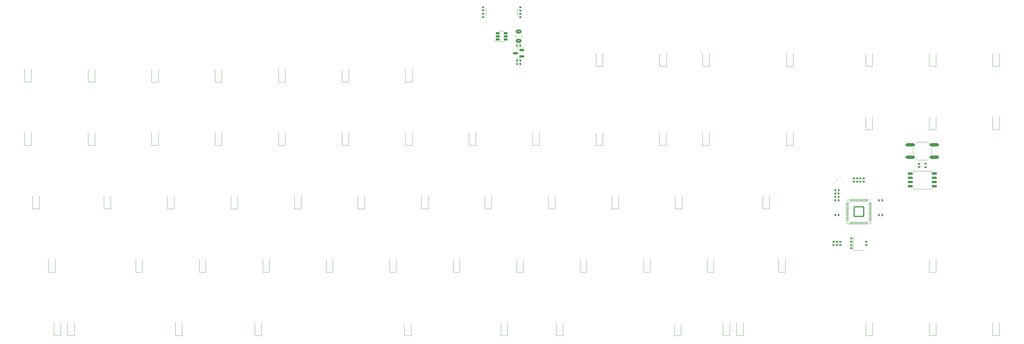
<source format=gbr>
%TF.GenerationSoftware,KiCad,Pcbnew,(6.0.9)*%
%TF.CreationDate,2022-11-27T02:07:55-08:00*%
%TF.ProjectId,40s-2040rmie,3430732d-3230-4343-9072-6d69652e6b69,rev?*%
%TF.SameCoordinates,Original*%
%TF.FileFunction,Legend,Bot*%
%TF.FilePolarity,Positive*%
%FSLAX46Y46*%
G04 Gerber Fmt 4.6, Leading zero omitted, Abs format (unit mm)*
G04 Created by KiCad (PCBNEW (6.0.9)) date 2022-11-27 02:07:55*
%MOMM*%
%LPD*%
G01*
G04 APERTURE LIST*
G04 Aperture macros list*
%AMRoundRect*
0 Rectangle with rounded corners*
0 $1 Rounding radius*
0 $2 $3 $4 $5 $6 $7 $8 $9 X,Y pos of 4 corners*
0 Add a 4 corners polygon primitive as box body*
4,1,4,$2,$3,$4,$5,$6,$7,$8,$9,$2,$3,0*
0 Add four circle primitives for the rounded corners*
1,1,$1+$1,$2,$3*
1,1,$1+$1,$4,$5*
1,1,$1+$1,$6,$7*
1,1,$1+$1,$8,$9*
0 Add four rect primitives between the rounded corners*
20,1,$1+$1,$2,$3,$4,$5,0*
20,1,$1+$1,$4,$5,$6,$7,0*
20,1,$1+$1,$6,$7,$8,$9,0*
20,1,$1+$1,$8,$9,$2,$3,0*%
G04 Aperture macros list end*
%ADD10C,0.120000*%
%ADD11C,0.200000*%
%ADD12C,3.987800*%
%ADD13C,1.750000*%
%ADD14C,2.300000*%
%ADD15C,3.048000*%
%ADD16C,2.000000*%
%ADD17RoundRect,0.140000X-0.140000X-0.170000X0.140000X-0.170000X0.140000X0.170000X-0.140000X0.170000X0*%
%ADD18R,1.200000X0.900000*%
%ADD19RoundRect,0.135000X0.185000X-0.135000X0.185000X0.135000X-0.185000X0.135000X-0.185000X-0.135000X0*%
%ADD20RoundRect,0.140000X0.140000X0.170000X-0.140000X0.170000X-0.140000X-0.170000X0.140000X-0.170000X0*%
%ADD21RoundRect,0.200000X-0.335876X-0.053033X-0.053033X-0.335876X0.335876X0.053033X0.053033X0.335876X0*%
%ADD22RoundRect,0.135000X-0.185000X0.135000X-0.185000X-0.135000X0.185000X-0.135000X0.185000X0.135000X0*%
%ADD23R,1.200000X1.400000*%
%ADD24RoundRect,0.140000X0.170000X-0.140000X0.170000X0.140000X-0.170000X0.140000X-0.170000X-0.140000X0*%
%ADD25RoundRect,0.140000X-0.170000X0.140000X-0.170000X-0.140000X0.170000X-0.140000X0.170000X0.140000X0*%
%ADD26RoundRect,0.150000X0.587500X0.150000X-0.587500X0.150000X-0.587500X-0.150000X0.587500X-0.150000X0*%
%ADD27RoundRect,0.250000X0.625000X-0.375000X0.625000X0.375000X-0.625000X0.375000X-0.625000X-0.375000X0*%
%ADD28RoundRect,0.150000X0.650000X0.150000X-0.650000X0.150000X-0.650000X-0.150000X0.650000X-0.150000X0*%
%ADD29C,0.650000*%
%ADD30R,0.600000X1.450000*%
%ADD31R,0.300000X1.450000*%
%ADD32O,1.000000X1.600000*%
%ADD33O,1.000000X2.100000*%
%ADD34RoundRect,0.050000X0.387500X0.050000X-0.387500X0.050000X-0.387500X-0.050000X0.387500X-0.050000X0*%
%ADD35RoundRect,0.050000X0.050000X0.387500X-0.050000X0.387500X-0.050000X-0.387500X0.050000X-0.387500X0*%
%ADD36RoundRect,0.144000X1.456000X1.456000X-1.456000X1.456000X-1.456000X-1.456000X1.456000X-1.456000X0*%
%ADD37RoundRect,0.275000X-1.125000X-0.275000X1.125000X-0.275000X1.125000X0.275000X-1.125000X0.275000X0*%
%ADD38RoundRect,0.150000X-0.475000X-0.150000X0.475000X-0.150000X0.475000X0.150000X-0.475000X0.150000X0*%
G04 APERTURE END LIST*
D10*
%TO.C,C17*%
X308874664Y-89785000D02*
X309090336Y-89785000D01*
X308874664Y-89065000D02*
X309090336Y-89065000D01*
%TO.C,D57*%
X66950000Y-130100000D02*
X64950000Y-130100000D01*
X64950000Y-130100000D02*
X64950000Y-126200000D01*
X66950000Y-130100000D02*
X66950000Y-126200000D01*
%TO.C,D41*%
X249362500Y-92000000D02*
X247362500Y-92000000D01*
X249362500Y-92000000D02*
X249362500Y-88100000D01*
X247362500Y-92000000D02*
X247362500Y-88100000D01*
%TO.C,R4*%
X300542500Y-101503016D02*
X300542500Y-101195734D01*
X299782500Y-101503016D02*
X299782500Y-101195734D01*
%TO.C,C11*%
X295950336Y-87065000D02*
X295734664Y-87065000D01*
X295950336Y-87785000D02*
X295734664Y-87785000D01*
%TO.C,D46*%
X125537500Y-111050000D02*
X125537500Y-107150000D01*
X125537500Y-111050000D02*
X123537500Y-111050000D01*
X123537500Y-111050000D02*
X123537500Y-107150000D01*
%TO.C,D34*%
X116012500Y-92000000D02*
X116012500Y-88100000D01*
X114012500Y-92000000D02*
X114012500Y-88100000D01*
X116012500Y-92000000D02*
X114012500Y-92000000D01*
%TO.C,D3*%
X92200000Y-53900000D02*
X92200000Y-50000000D01*
X90200000Y-53900000D02*
X90200000Y-50000000D01*
X92200000Y-53900000D02*
X90200000Y-53900000D01*
%TO.C,R2*%
X295835599Y-83008868D02*
X296171132Y-83344401D01*
X296574526Y-82269941D02*
X296910059Y-82605474D01*
%TO.C,C19*%
X308874664Y-94222500D02*
X309090336Y-94222500D01*
X308874664Y-93502500D02*
X309090336Y-93502500D01*
%TO.C,R9*%
X296222500Y-102233859D02*
X296222500Y-102541141D01*
X295462500Y-102233859D02*
X295462500Y-102541141D01*
%TO.C,Y1*%
X300762500Y-104387500D02*
X300762500Y-100387500D01*
X304062500Y-104387500D02*
X300762500Y-104387500D01*
%TO.C,C7*%
X295950336Y-86785000D02*
X295734664Y-86785000D01*
X295950336Y-86065000D02*
X295734664Y-86065000D01*
%TO.C,D12*%
X306512500Y-49137500D02*
X306512500Y-45237500D01*
X306512500Y-49137500D02*
X304512500Y-49137500D01*
X304512500Y-49137500D02*
X304512500Y-45237500D01*
%TO.C,D5*%
X130300000Y-53900000D02*
X128300000Y-53900000D01*
X130300000Y-53900000D02*
X130300000Y-50000000D01*
X128300000Y-53900000D02*
X128300000Y-50000000D01*
%TO.C,D48*%
X163637500Y-111050000D02*
X161637500Y-111050000D01*
X163637500Y-111050000D02*
X163637500Y-107150000D01*
X161637500Y-111050000D02*
X161637500Y-107150000D01*
%TO.C,C2*%
X299802500Y-103457211D02*
X299802500Y-103241539D01*
X300522500Y-103457211D02*
X300522500Y-103241539D01*
%TO.C,D65*%
X267693750Y-130100000D02*
X265693750Y-130100000D01*
X265693750Y-130100000D02*
X265693750Y-126200000D01*
X267693750Y-130100000D02*
X267693750Y-126200000D01*
%TO.C,D26*%
X255450000Y-72950000D02*
X255450000Y-69050000D01*
X257450000Y-72950000D02*
X257450000Y-69050000D01*
X257450000Y-72950000D02*
X255450000Y-72950000D01*
%TO.C,D1*%
X54100000Y-53900000D02*
X52100000Y-53900000D01*
X52100000Y-53900000D02*
X52100000Y-50000000D01*
X54100000Y-53900000D02*
X54100000Y-50000000D01*
%TO.C,D39*%
X209262500Y-92000000D02*
X209262500Y-88100000D01*
X211262500Y-92000000D02*
X211262500Y-88100000D01*
X211262500Y-92000000D02*
X209262500Y-92000000D01*
%TO.C,D49*%
X182687500Y-111050000D02*
X182687500Y-107150000D01*
X180687500Y-111050000D02*
X180687500Y-107150000D01*
X182687500Y-111050000D02*
X180687500Y-111050000D01*
%TO.C,D10*%
X255450000Y-49137500D02*
X255450000Y-45237500D01*
X257450000Y-49137500D02*
X255450000Y-49137500D01*
X257450000Y-49137500D02*
X257450000Y-45237500D01*
%TO.C,C8*%
X302552500Y-83445336D02*
X302552500Y-83229664D01*
X303272500Y-83445336D02*
X303272500Y-83229664D01*
%TO.C,D43*%
X61243750Y-111050000D02*
X59243750Y-111050000D01*
X59243750Y-111050000D02*
X59243750Y-107150000D01*
X61243750Y-111050000D02*
X61243750Y-107150000D01*
%TO.C,D16*%
X73150000Y-72950000D02*
X73150000Y-69050000D01*
X71150000Y-72950000D02*
X71150000Y-69050000D01*
X73150000Y-72950000D02*
X71150000Y-72950000D01*
%TO.C,D61*%
X196975000Y-130100000D02*
X194975000Y-130100000D01*
X196975000Y-130100000D02*
X196975000Y-126200000D01*
X194975000Y-130100000D02*
X194975000Y-126200000D01*
%TO.C,C20*%
X297202500Y-102279664D02*
X297202500Y-102495336D01*
X296482500Y-102279664D02*
X296482500Y-102495336D01*
%TO.C,D54*%
X280318750Y-111050000D02*
X278318750Y-111050000D01*
X280318750Y-111050000D02*
X280318750Y-107150000D01*
X278318750Y-111050000D02*
X278318750Y-107150000D01*
%TO.C,D58*%
X99343750Y-130100000D02*
X99343750Y-126200000D01*
X97343750Y-130100000D02*
X97343750Y-126200000D01*
X99343750Y-130100000D02*
X97343750Y-130100000D01*
%TO.C,U4*%
X200338750Y-46797500D02*
X199688750Y-46797500D01*
X200338750Y-43677500D02*
X202013750Y-43677500D01*
X200338750Y-43677500D02*
X199688750Y-43677500D01*
X200338750Y-46797500D02*
X200988750Y-46797500D01*
%TO.C,D33*%
X96962500Y-92000000D02*
X94962500Y-92000000D01*
X94962500Y-92000000D02*
X94962500Y-88100000D01*
X96962500Y-92000000D02*
X96962500Y-88100000D01*
%TO.C,D7*%
X168400000Y-53900000D02*
X168400000Y-50000000D01*
X166400000Y-53900000D02*
X166400000Y-50000000D01*
X168400000Y-53900000D02*
X166400000Y-53900000D01*
%TO.C,R3*%
X294774940Y-84069527D02*
X295110473Y-84405060D01*
X295513867Y-83330600D02*
X295849400Y-83666133D01*
%TO.C,D11*%
X280700000Y-49137500D02*
X280700000Y-45237500D01*
X282700000Y-49137500D02*
X280700000Y-49137500D01*
X282700000Y-49137500D02*
X282700000Y-45237500D01*
%TO.C,F1*%
X199428750Y-40759564D02*
X199428750Y-39555436D01*
X201248750Y-40759564D02*
X201248750Y-39555436D01*
%TO.C,D47*%
X144587500Y-111050000D02*
X142587500Y-111050000D01*
X144587500Y-111050000D02*
X144587500Y-107150000D01*
X142587500Y-111050000D02*
X142587500Y-107150000D01*
%TO.C,D22*%
X187450000Y-72950000D02*
X187450000Y-69050000D01*
X185450000Y-72950000D02*
X185450000Y-69050000D01*
X187450000Y-72950000D02*
X185450000Y-72950000D01*
%TO.C,D30*%
X342612500Y-68187500D02*
X342612500Y-64287500D01*
X344612500Y-68187500D02*
X342612500Y-68187500D01*
X344612500Y-68187500D02*
X344612500Y-64287500D01*
%TO.C,D37*%
X171162500Y-92000000D02*
X171162500Y-88100000D01*
X173162500Y-92000000D02*
X173162500Y-88100000D01*
X173162500Y-92000000D02*
X171162500Y-92000000D01*
%TO.C,D42*%
X275556250Y-92000000D02*
X273556250Y-92000000D01*
X275556250Y-92000000D02*
X275556250Y-88100000D01*
X273556250Y-92000000D02*
X273556250Y-88100000D01*
%TO.C,C10*%
X200230914Y-48847500D02*
X200446586Y-48847500D01*
X200230914Y-48127500D02*
X200446586Y-48127500D01*
%TO.C,D9*%
X244600000Y-49137500D02*
X244600000Y-45237500D01*
X244600000Y-49137500D02*
X242600000Y-49137500D01*
X242600000Y-49137500D02*
X242600000Y-45237500D01*
%TO.C,C9*%
X294482500Y-102279664D02*
X294482500Y-102495336D01*
X295202500Y-102279664D02*
X295202500Y-102495336D01*
%TO.C,D24*%
X225550000Y-72950000D02*
X225550000Y-69050000D01*
X223550000Y-72950000D02*
X223550000Y-69050000D01*
X225550000Y-72950000D02*
X223550000Y-72950000D01*
%TO.C,U3*%
X318737500Y-86062500D02*
X318737500Y-85802500D01*
X321462500Y-86062500D02*
X324187500Y-86062500D01*
X324187500Y-80612500D02*
X324187500Y-80872500D01*
X321462500Y-80612500D02*
X324187500Y-80612500D01*
X318737500Y-80612500D02*
X318737500Y-80872500D01*
X321462500Y-80612500D02*
X318737500Y-80612500D01*
X321462500Y-86062500D02*
X318737500Y-86062500D01*
X324187500Y-80872500D02*
X325862500Y-80872500D01*
X324187500Y-86062500D02*
X324187500Y-85802500D01*
%TO.C,D4*%
X111250000Y-53900000D02*
X109250000Y-53900000D01*
X109250000Y-53900000D02*
X109250000Y-50000000D01*
X111250000Y-53900000D02*
X111250000Y-50000000D01*
%TO.C,C13*%
X302272500Y-83445336D02*
X302272500Y-83229664D01*
X301552500Y-83445336D02*
X301552500Y-83229664D01*
%TO.C,C4*%
X320102500Y-78878164D02*
X320102500Y-79093836D01*
X320822500Y-78878164D02*
X320822500Y-79093836D01*
%TO.C,R7*%
X201198750Y-31773859D02*
X201198750Y-32081141D01*
X200438750Y-31773859D02*
X200438750Y-32081141D01*
%TO.C,R8*%
X322842500Y-78832359D02*
X322842500Y-79139641D01*
X322082500Y-78832359D02*
X322082500Y-79139641D01*
%TO.C,USB1*%
X190548750Y-33912500D02*
X190548750Y-31912500D01*
X199948750Y-33912500D02*
X199948750Y-31912500D01*
%TO.C,D25*%
X242600000Y-72950000D02*
X242600000Y-69050000D01*
X244600000Y-72950000D02*
X242600000Y-72950000D01*
X244600000Y-72950000D02*
X244600000Y-69050000D01*
%TO.C,D18*%
X109250000Y-72950000D02*
X109250000Y-69050000D01*
X111250000Y-72950000D02*
X111250000Y-69050000D01*
X111250000Y-72950000D02*
X109250000Y-72950000D01*
%TO.C,D55*%
X325562500Y-111050000D02*
X323562500Y-111050000D01*
X325562500Y-111050000D02*
X325562500Y-107150000D01*
X323562500Y-111050000D02*
X323562500Y-107150000D01*
%TO.C,D40*%
X228312500Y-92000000D02*
X228312500Y-88100000D01*
X230312500Y-92000000D02*
X230312500Y-88100000D01*
X230312500Y-92000000D02*
X228312500Y-92000000D01*
%TO.C,C3*%
X190038750Y-31819664D02*
X190038750Y-32035336D01*
X189318750Y-31819664D02*
X189318750Y-32035336D01*
%TO.C,C14*%
X303552500Y-83445336D02*
X303552500Y-83229664D01*
X304272500Y-83445336D02*
X304272500Y-83229664D01*
%TO.C,D66*%
X306512500Y-130100000D02*
X304512500Y-130100000D01*
X306512500Y-130100000D02*
X306512500Y-126200000D01*
X304512500Y-130100000D02*
X304512500Y-126200000D01*
%TO.C,D52*%
X239837500Y-111050000D02*
X239837500Y-107150000D01*
X239837500Y-111050000D02*
X237837500Y-111050000D01*
X237837500Y-111050000D02*
X237837500Y-107150000D01*
%TO.C,D13*%
X325562500Y-49137500D02*
X325562500Y-45237500D01*
X325562500Y-49137500D02*
X323562500Y-49137500D01*
X323562500Y-49137500D02*
X323562500Y-45237500D01*
%TO.C,D8*%
X225550000Y-49137500D02*
X225550000Y-45237500D01*
X225550000Y-49137500D02*
X223550000Y-49137500D01*
X223550000Y-49137500D02*
X223550000Y-45237500D01*
%TO.C,D17*%
X92200000Y-72950000D02*
X90200000Y-72950000D01*
X92200000Y-72950000D02*
X92200000Y-69050000D01*
X90200000Y-72950000D02*
X90200000Y-69050000D01*
%TO.C,D50*%
X201737500Y-111050000D02*
X199737500Y-111050000D01*
X201737500Y-111050000D02*
X201737500Y-107150000D01*
X199737500Y-111050000D02*
X199737500Y-107150000D01*
%TO.C,D59*%
X123156250Y-130100000D02*
X121156250Y-130100000D01*
X121156250Y-130100000D02*
X121156250Y-126200000D01*
X123156250Y-130100000D02*
X123156250Y-126200000D01*
%TO.C,D68*%
X342612500Y-130100000D02*
X342612500Y-126200000D01*
X344612500Y-130100000D02*
X344612500Y-126200000D01*
X344612500Y-130100000D02*
X342612500Y-130100000D01*
%TO.C,D28*%
X306512500Y-68187500D02*
X304512500Y-68187500D01*
X306512500Y-68187500D02*
X306512500Y-64287500D01*
X304512500Y-68187500D02*
X304512500Y-64287500D01*
%TO.C,D31*%
X54481250Y-92000000D02*
X54481250Y-88100000D01*
X56481250Y-92000000D02*
X54481250Y-92000000D01*
X56481250Y-92000000D02*
X56481250Y-88100000D01*
%TO.C,D14*%
X342612500Y-49137500D02*
X342612500Y-45237500D01*
X344612500Y-49137500D02*
X344612500Y-45237500D01*
X344612500Y-49137500D02*
X342612500Y-49137500D01*
%TO.C,C1*%
X304302500Y-102495336D02*
X304302500Y-102279664D01*
X305022500Y-102495336D02*
X305022500Y-102279664D01*
%TO.C,U1*%
X306022500Y-96472500D02*
X306022500Y-95822500D01*
X305372500Y-96472500D02*
X306022500Y-96472500D01*
X299452500Y-96472500D02*
X298802500Y-96472500D01*
X305372500Y-89252500D02*
X306022500Y-89252500D01*
X298802500Y-96472500D02*
X298802500Y-95822500D01*
X298802500Y-89252500D02*
X298802500Y-89902500D01*
X299452500Y-89252500D02*
X298802500Y-89252500D01*
%TO.C,C6*%
X200230914Y-47847500D02*
X200446586Y-47847500D01*
X200230914Y-47127500D02*
X200446586Y-47127500D01*
%TO.C,D53*%
X258887500Y-111050000D02*
X256887500Y-111050000D01*
X256887500Y-111050000D02*
X256887500Y-107150000D01*
X258887500Y-111050000D02*
X258887500Y-107150000D01*
%TO.C,D35*%
X133062500Y-92000000D02*
X133062500Y-88100000D01*
X135062500Y-92000000D02*
X135062500Y-88100000D01*
X135062500Y-92000000D02*
X133062500Y-92000000D01*
%TO.C,R6*%
X200438750Y-34081141D02*
X200438750Y-33773859D01*
X201198750Y-34081141D02*
X201198750Y-33773859D01*
%TO.C,D36*%
X152112500Y-92000000D02*
X152112500Y-88100000D01*
X154112500Y-92000000D02*
X154112500Y-88100000D01*
X154112500Y-92000000D02*
X152112500Y-92000000D01*
%TO.C,D6*%
X147350000Y-53900000D02*
X147350000Y-50000000D01*
X149350000Y-53900000D02*
X149350000Y-50000000D01*
X149350000Y-53900000D02*
X147350000Y-53900000D01*
%TO.C,D45*%
X106487500Y-111050000D02*
X104487500Y-111050000D01*
X106487500Y-111050000D02*
X106487500Y-107150000D01*
X104487500Y-111050000D02*
X104487500Y-107150000D01*
%TO.C,C16*%
X295950336Y-89065000D02*
X295734664Y-89065000D01*
X295950336Y-89785000D02*
X295734664Y-89785000D01*
%TO.C,D2*%
X73150000Y-53900000D02*
X73150000Y-50000000D01*
X73150000Y-53900000D02*
X71150000Y-53900000D01*
X71150000Y-53900000D02*
X71150000Y-50000000D01*
%TO.C,Reset1*%
X320012500Y-77364500D02*
X322912500Y-77364500D01*
X320012500Y-71924500D02*
X319522500Y-72414500D01*
X322912500Y-77364500D02*
X323402500Y-76874500D01*
X320012500Y-71924500D02*
X322912500Y-71924500D01*
X324182500Y-73604500D02*
X324182500Y-75684500D01*
X318742500Y-73604500D02*
X318742500Y-75684500D01*
X320012500Y-77364500D02*
X319522500Y-76874500D01*
X322912500Y-71924500D02*
X323402500Y-72414500D01*
%TO.C,D19*%
X130300000Y-72950000D02*
X128300000Y-72950000D01*
X128300000Y-72950000D02*
X128300000Y-69050000D01*
X130300000Y-72950000D02*
X130300000Y-69050000D01*
%TO.C,D60*%
X168081950Y-130100000D02*
X168081950Y-126200000D01*
X166081950Y-130100000D02*
X166081950Y-126200000D01*
X168081950Y-130100000D02*
X166081950Y-130100000D01*
%TO.C,D51*%
X220787500Y-111050000D02*
X220787500Y-107150000D01*
X220787500Y-111050000D02*
X218787500Y-111050000D01*
X218787500Y-111050000D02*
X218787500Y-107150000D01*
%TO.C,D38*%
X190212500Y-92000000D02*
X190212500Y-88100000D01*
X192212500Y-92000000D02*
X190212500Y-92000000D01*
X192212500Y-92000000D02*
X192212500Y-88100000D01*
%TO.C,R5*%
X189298750Y-34081141D02*
X189298750Y-33773859D01*
X190058750Y-34081141D02*
X190058750Y-33773859D01*
%TO.C,C5*%
X200230914Y-42627500D02*
X200446586Y-42627500D01*
X200230914Y-43347500D02*
X200446586Y-43347500D01*
%TO.C,C15*%
X295950336Y-88065000D02*
X295734664Y-88065000D01*
X295950336Y-88785000D02*
X295734664Y-88785000D01*
%TO.C,D27*%
X280700000Y-72950000D02*
X280700000Y-69050000D01*
X282700000Y-72950000D02*
X280700000Y-72950000D01*
X282700000Y-72950000D02*
X282700000Y-69050000D01*
%TO.C,D32*%
X75912500Y-92000000D02*
X75912500Y-88100000D01*
X77912500Y-92000000D02*
X75912500Y-92000000D01*
X77912500Y-92000000D02*
X77912500Y-88100000D01*
%TO.C,D67*%
X323562500Y-130100000D02*
X323562500Y-126200000D01*
X325562500Y-130100000D02*
X325562500Y-126200000D01*
X325562500Y-130100000D02*
X323562500Y-130100000D01*
%TO.C,D23*%
X206500000Y-72950000D02*
X204500000Y-72950000D01*
X204500000Y-72950000D02*
X204500000Y-69050000D01*
X206500000Y-72950000D02*
X206500000Y-69050000D01*
%TO.C,D56*%
X62906250Y-130100000D02*
X60906250Y-130100000D01*
X62906250Y-130100000D02*
X62906250Y-126200000D01*
X60906250Y-130100000D02*
X60906250Y-126200000D01*
%TO.C,D20*%
X147350000Y-72950000D02*
X147350000Y-69050000D01*
X149350000Y-72950000D02*
X147350000Y-72950000D01*
X149350000Y-72950000D02*
X149350000Y-69050000D01*
%TO.C,U2*%
X195248750Y-38597500D02*
X196048750Y-38597500D01*
X193148750Y-41717500D02*
X196048750Y-41717500D01*
X193148750Y-41107500D02*
X193148750Y-41717500D01*
X195248750Y-38597500D02*
X194448750Y-38597500D01*
%TO.C,D62*%
X213643750Y-130100000D02*
X211643750Y-130100000D01*
X213643750Y-130100000D02*
X213643750Y-126200000D01*
X211643750Y-130100000D02*
X211643750Y-126200000D01*
%TO.C,D15*%
X54100000Y-72950000D02*
X54100000Y-69050000D01*
X54100000Y-72950000D02*
X52100000Y-72950000D01*
X52100000Y-72950000D02*
X52100000Y-69050000D01*
%TO.C,C18*%
X295950336Y-93502500D02*
X295734664Y-93502500D01*
X295950336Y-94222500D02*
X295734664Y-94222500D01*
%TO.C,D44*%
X85437500Y-111050000D02*
X85437500Y-107150000D01*
X87437500Y-111050000D02*
X85437500Y-111050000D01*
X87437500Y-111050000D02*
X87437500Y-107150000D01*
%TO.C,D63*%
X247044450Y-130100000D02*
X247044450Y-126200000D01*
X249044450Y-130100000D02*
X249044450Y-126200000D01*
X249044450Y-130100000D02*
X247044450Y-130100000D01*
%TO.C,C12*%
X300552500Y-83445336D02*
X300552500Y-83229664D01*
X301272500Y-83445336D02*
X301272500Y-83229664D01*
%TO.C,D29*%
X325562500Y-68187500D02*
X325562500Y-64287500D01*
X325562500Y-68187500D02*
X323562500Y-68187500D01*
X323562500Y-68187500D02*
X323562500Y-64287500D01*
%TO.C,D64*%
X263650000Y-130100000D02*
X261650000Y-130100000D01*
X263650000Y-130100000D02*
X263650000Y-126200000D01*
X261650000Y-130100000D02*
X261650000Y-126200000D01*
%TO.C,D21*%
X168400000Y-72950000D02*
X166400000Y-72950000D01*
X166400000Y-72950000D02*
X166400000Y-69050000D01*
X168400000Y-72950000D02*
X168400000Y-69050000D01*
%TD*%
%LPC*%
D11*
X330245950Y-71519750D02*
G75*
G03*
X328995950Y-72769750I50J-1250050D01*
G01*
X328995950Y-78269750D02*
X328995950Y-72769750D01*
X342745950Y-79519750D02*
G75*
G03*
X343995950Y-78269750I-50J1250050D01*
G01*
X343995950Y-72769750D02*
G75*
G03*
X342745950Y-71519750I-1250050J-50D01*
G01*
X328995950Y-78269750D02*
G75*
G03*
X330245950Y-79519750I1250050J50D01*
G01*
X342745950Y-79519750D02*
X330245950Y-79519750D01*
X343995950Y-72769750D02*
X343995950Y-78269750D01*
X330245950Y-71519750D02*
X342745950Y-71519750D01*
X341667772Y-72890464D02*
X341751105Y-73557130D01*
X341858248Y-72509511D02*
X342185629Y-73223797D01*
X341566582Y-73223797D01*
X340911820Y-72557130D02*
X340816582Y-72557130D01*
X340727296Y-72604750D01*
X340685629Y-72652369D01*
X340649915Y-72747607D01*
X340626105Y-72938083D01*
X340655867Y-73176178D01*
X340727296Y-73366654D01*
X340786820Y-73461892D01*
X340840391Y-73509511D01*
X340941582Y-73557130D01*
X341036820Y-73557130D01*
X341126105Y-73509511D01*
X341167772Y-73461892D01*
X341203486Y-73366654D01*
X341227296Y-73176178D01*
X341197534Y-72938083D01*
X341126105Y-72747607D01*
X341066582Y-72652369D01*
X341013010Y-72604750D01*
X340911820Y-72557130D01*
X340316582Y-73509511D02*
X340227296Y-73557130D01*
X340036820Y-73557130D01*
X339935629Y-73509511D01*
X339876105Y-73414273D01*
X339870153Y-73366654D01*
X339905867Y-73271416D01*
X339995153Y-73223797D01*
X340138010Y-73223797D01*
X340227296Y-73176178D01*
X340263010Y-73080940D01*
X340257058Y-73033321D01*
X340197534Y-72938083D01*
X340096344Y-72890464D01*
X339953486Y-72890464D01*
X339864201Y-72938083D01*
X339417772Y-73176178D02*
X338655867Y-73176178D01*
X338161820Y-72652369D02*
X338108248Y-72604750D01*
X338007058Y-72557130D01*
X337768963Y-72557130D01*
X337679677Y-72604750D01*
X337638010Y-72652369D01*
X337602296Y-72747607D01*
X337614201Y-72842845D01*
X337679677Y-72985702D01*
X338322534Y-73557130D01*
X337703486Y-73557130D01*
X336959439Y-72557130D02*
X336864201Y-72557130D01*
X336774915Y-72604750D01*
X336733248Y-72652369D01*
X336697534Y-72747607D01*
X336673725Y-72938083D01*
X336703486Y-73176178D01*
X336774915Y-73366654D01*
X336834439Y-73461892D01*
X336888010Y-73509511D01*
X336989201Y-73557130D01*
X337084439Y-73557130D01*
X337173725Y-73509511D01*
X337215391Y-73461892D01*
X337251105Y-73366654D01*
X337274915Y-73176178D01*
X337245153Y-72938083D01*
X337173725Y-72747607D01*
X337114201Y-72652369D01*
X337060629Y-72604750D01*
X336959439Y-72557130D01*
X335810629Y-72890464D02*
X335893963Y-73557130D01*
X336001105Y-72509511D02*
X336328486Y-73223797D01*
X335709439Y-73223797D01*
X335054677Y-72557130D02*
X334959439Y-72557130D01*
X334870153Y-72604750D01*
X334828486Y-72652369D01*
X334792772Y-72747607D01*
X334768963Y-72938083D01*
X334798725Y-73176178D01*
X334870153Y-73366654D01*
X334929677Y-73461892D01*
X334983248Y-73509511D01*
X335084439Y-73557130D01*
X335179677Y-73557130D01*
X335268963Y-73509511D01*
X335310629Y-73461892D01*
X335346344Y-73366654D01*
X335370153Y-73176178D01*
X335340391Y-72938083D01*
X335268963Y-72747607D01*
X335209439Y-72652369D01*
X335155867Y-72604750D01*
X335054677Y-72557130D01*
X334417772Y-73557130D02*
X334334439Y-72890464D01*
X334358248Y-73080940D02*
X334298725Y-72985702D01*
X334245153Y-72938083D01*
X334143963Y-72890464D01*
X334048725Y-72890464D01*
X333798725Y-73557130D02*
X333715391Y-72890464D01*
X333727296Y-72985702D02*
X333673725Y-72938083D01*
X333572534Y-72890464D01*
X333429677Y-72890464D01*
X333340391Y-72938083D01*
X333304677Y-73033321D01*
X333370153Y-73557130D01*
X333304677Y-73033321D02*
X333245153Y-72938083D01*
X333143963Y-72890464D01*
X333001105Y-72890464D01*
X332911820Y-72938083D01*
X332876105Y-73033321D01*
X332941582Y-73557130D01*
X332465391Y-73557130D02*
X332382058Y-72890464D01*
X332340391Y-72557130D02*
X332393963Y-72604750D01*
X332352296Y-72652369D01*
X332298725Y-72604750D01*
X332340391Y-72557130D01*
X332352296Y-72652369D01*
X331602296Y-73509511D02*
X331703486Y-73557130D01*
X331893963Y-73557130D01*
X331983248Y-73509511D01*
X332018963Y-73414273D01*
X331971344Y-73033321D01*
X331911820Y-72938083D01*
X331810629Y-72890464D01*
X331620153Y-72890464D01*
X331530867Y-72938083D01*
X331495153Y-73033321D01*
X331507058Y-73128559D01*
X331995153Y-73223797D01*
X342179677Y-75167130D02*
X342096344Y-74500464D01*
X342120153Y-74690940D02*
X342060629Y-74595702D01*
X342007058Y-74548083D01*
X341905867Y-74500464D01*
X341810629Y-74500464D01*
X341173725Y-75119511D02*
X341274915Y-75167130D01*
X341465391Y-75167130D01*
X341554677Y-75119511D01*
X341590391Y-75024273D01*
X341542772Y-74643321D01*
X341483248Y-74548083D01*
X341382058Y-74500464D01*
X341191582Y-74500464D01*
X341102296Y-74548083D01*
X341066582Y-74643321D01*
X341078486Y-74738559D01*
X341566582Y-74833797D01*
X340715391Y-74500464D02*
X340560629Y-75167130D01*
X340239201Y-74500464D01*
X339417772Y-75167130D02*
X339989201Y-75167130D01*
X339703486Y-75167130D02*
X339578486Y-74167130D01*
X339691582Y-74309988D01*
X339798725Y-74405226D01*
X339899915Y-74452845D01*
X338977296Y-75071892D02*
X338935629Y-75119511D01*
X338989201Y-75167130D01*
X339030867Y-75119511D01*
X338977296Y-75071892D01*
X338989201Y-75167130D01*
X338197534Y-74167130D02*
X338102296Y-74167130D01*
X338013010Y-74214750D01*
X337971344Y-74262369D01*
X337935629Y-74357607D01*
X337911820Y-74548083D01*
X337941582Y-74786178D01*
X338013010Y-74976654D01*
X338072534Y-75071892D01*
X338126105Y-75119511D01*
X338227296Y-75167130D01*
X338322534Y-75167130D01*
X338411820Y-75119511D01*
X338453486Y-75071892D01*
X338489201Y-74976654D01*
X338513010Y-74786178D01*
X338483248Y-74548083D01*
X338411820Y-74357607D01*
X338352296Y-74262369D01*
X338298725Y-74214750D01*
X338197534Y-74167130D01*
X341751105Y-76777130D02*
X341626105Y-75777130D01*
X341745153Y-76729511D02*
X341846344Y-76777130D01*
X342036820Y-76777130D01*
X342126105Y-76729511D01*
X342167772Y-76681892D01*
X342203486Y-76586654D01*
X342167772Y-76300940D01*
X342108248Y-76205702D01*
X342054677Y-76158083D01*
X341953486Y-76110464D01*
X341763010Y-76110464D01*
X341673725Y-76158083D01*
X340888010Y-76729511D02*
X340989201Y-76777130D01*
X341179677Y-76777130D01*
X341268963Y-76729511D01*
X341304677Y-76634273D01*
X341257058Y-76253321D01*
X341197534Y-76158083D01*
X341096344Y-76110464D01*
X340905867Y-76110464D01*
X340816582Y-76158083D01*
X340780867Y-76253321D01*
X340792772Y-76348559D01*
X341280867Y-76443797D01*
X340459439Y-76729511D02*
X340370153Y-76777130D01*
X340179677Y-76777130D01*
X340078486Y-76729511D01*
X340018963Y-76634273D01*
X340013010Y-76586654D01*
X340048725Y-76491416D01*
X340138010Y-76443797D01*
X340280867Y-76443797D01*
X340370153Y-76396178D01*
X340405867Y-76300940D01*
X340399915Y-76253321D01*
X340340391Y-76158083D01*
X340239201Y-76110464D01*
X340096344Y-76110464D01*
X340007058Y-76158083D01*
X339608248Y-76777130D02*
X339524915Y-76110464D01*
X339483248Y-75777130D02*
X339536820Y-75824750D01*
X339495153Y-75872369D01*
X339441582Y-75824750D01*
X339483248Y-75777130D01*
X339495153Y-75872369D01*
X338620153Y-76110464D02*
X338721344Y-76919988D01*
X338780867Y-77015226D01*
X338834439Y-77062845D01*
X338935629Y-77110464D01*
X339078486Y-77110464D01*
X339167772Y-77062845D01*
X338697534Y-76729511D02*
X338798725Y-76777130D01*
X338989201Y-76777130D01*
X339078486Y-76729511D01*
X339120153Y-76681892D01*
X339155867Y-76586654D01*
X339120153Y-76300940D01*
X339060629Y-76205702D01*
X339007058Y-76158083D01*
X338905867Y-76110464D01*
X338715391Y-76110464D01*
X338626105Y-76158083D01*
X338143963Y-76110464D02*
X338227296Y-76777130D01*
X338155867Y-76205702D02*
X338102296Y-76158083D01*
X338001105Y-76110464D01*
X337858248Y-76110464D01*
X337768963Y-76158083D01*
X337733248Y-76253321D01*
X337798725Y-76777130D01*
X336935629Y-76729511D02*
X337036820Y-76777130D01*
X337227296Y-76777130D01*
X337316582Y-76729511D01*
X337352296Y-76634273D01*
X337304677Y-76253321D01*
X337245153Y-76158083D01*
X337143963Y-76110464D01*
X336953486Y-76110464D01*
X336864201Y-76158083D01*
X336828486Y-76253321D01*
X336840391Y-76348559D01*
X337328486Y-76443797D01*
X336036820Y-76777130D02*
X335911820Y-75777130D01*
X336030867Y-76729511D02*
X336132058Y-76777130D01*
X336322534Y-76777130D01*
X336411820Y-76729511D01*
X336453486Y-76681892D01*
X336489201Y-76586654D01*
X336453486Y-76300940D01*
X336393963Y-76205702D01*
X336340391Y-76158083D01*
X336239201Y-76110464D01*
X336048725Y-76110464D01*
X335959439Y-76158083D01*
X334798725Y-76777130D02*
X334673725Y-75777130D01*
X334721344Y-76158083D02*
X334620153Y-76110464D01*
X334429677Y-76110464D01*
X334340391Y-76158083D01*
X334298725Y-76205702D01*
X334263010Y-76300940D01*
X334298725Y-76586654D01*
X334358248Y-76681892D01*
X334411820Y-76729511D01*
X334513010Y-76777130D01*
X334703486Y-76777130D01*
X334792772Y-76729511D01*
X333905867Y-76110464D02*
X333751105Y-76777130D01*
X333429677Y-76110464D02*
X333751105Y-76777130D01*
X333876105Y-77015226D01*
X333929677Y-77062845D01*
X334030867Y-77110464D01*
X342221344Y-78339511D02*
X342084439Y-78387130D01*
X341846344Y-78387130D01*
X341745153Y-78339511D01*
X341691582Y-78291892D01*
X341632058Y-78196654D01*
X341620153Y-78101416D01*
X341655867Y-78006178D01*
X341697534Y-77958559D01*
X341786820Y-77910940D01*
X341971344Y-77863321D01*
X342060629Y-77815702D01*
X342102296Y-77768083D01*
X342138010Y-77672845D01*
X342126105Y-77577607D01*
X342066582Y-77482369D01*
X342013010Y-77434750D01*
X341911820Y-77387130D01*
X341673725Y-77387130D01*
X341536820Y-77434750D01*
X341227296Y-78387130D02*
X341102296Y-77387130D01*
X340798725Y-78387130D02*
X340733248Y-77863321D01*
X340768963Y-77768083D01*
X340858248Y-77720464D01*
X341001105Y-77720464D01*
X341102296Y-77768083D01*
X341155867Y-77815702D01*
X340322534Y-78387130D02*
X340239201Y-77720464D01*
X340197534Y-77387130D02*
X340251105Y-77434750D01*
X340209439Y-77482369D01*
X340155867Y-77434750D01*
X340197534Y-77387130D01*
X340209439Y-77482369D01*
X339763010Y-77720464D02*
X339846344Y-78387130D01*
X339774915Y-77815702D02*
X339721344Y-77768083D01*
X339620153Y-77720464D01*
X339477296Y-77720464D01*
X339388010Y-77768083D01*
X339352296Y-77863321D01*
X339417772Y-78387130D01*
X338941582Y-78387130D02*
X338816582Y-77387130D01*
X338798725Y-78006178D02*
X338560629Y-78387130D01*
X338477296Y-77720464D02*
X338905867Y-78101416D01*
X337703486Y-78387130D02*
X337638010Y-77863321D01*
X337673725Y-77768083D01*
X337763010Y-77720464D01*
X337953486Y-77720464D01*
X338054677Y-77768083D01*
X337697534Y-78339511D02*
X337798725Y-78387130D01*
X338036820Y-78387130D01*
X338126105Y-78339511D01*
X338161820Y-78244273D01*
X338149915Y-78149035D01*
X338090391Y-78053797D01*
X337989201Y-78006178D01*
X337751105Y-78006178D01*
X337649915Y-77958559D01*
X337227296Y-78387130D02*
X337143963Y-77720464D01*
X337102296Y-77387130D02*
X337155867Y-77434750D01*
X337114201Y-77482369D01*
X337060629Y-77434750D01*
X337102296Y-77387130D01*
X337114201Y-77482369D01*
X335989201Y-78387130D02*
X335864201Y-77387130D01*
X335620153Y-78101416D01*
X335197534Y-77387130D01*
X335322534Y-78387130D01*
X334417772Y-78387130D02*
X334352296Y-77863321D01*
X334388010Y-77768083D01*
X334477296Y-77720464D01*
X334667772Y-77720464D01*
X334768963Y-77768083D01*
X334411820Y-78339511D02*
X334513010Y-78387130D01*
X334751105Y-78387130D01*
X334840391Y-78339511D01*
X334876105Y-78244273D01*
X334864201Y-78149035D01*
X334804677Y-78053797D01*
X334703486Y-78006178D01*
X334465391Y-78006178D01*
X334364201Y-77958559D01*
X333953486Y-77720464D02*
X333798725Y-78387130D01*
X333477296Y-77720464D02*
X333798725Y-78387130D01*
X333923725Y-78625226D01*
X333977296Y-78672845D01*
X334078486Y-78720464D01*
X332751105Y-78387130D02*
X332685629Y-77863321D01*
X332721344Y-77768083D01*
X332810629Y-77720464D01*
X333001105Y-77720464D01*
X333102296Y-77768083D01*
X332745153Y-78339511D02*
X332846344Y-78387130D01*
X333084439Y-78387130D01*
X333173725Y-78339511D01*
X333209439Y-78244273D01*
X333197534Y-78149035D01*
X333138010Y-78053797D01*
X333036820Y-78006178D01*
X332798725Y-78006178D01*
X332697534Y-77958559D01*
X332191582Y-77720464D02*
X332274915Y-78387130D01*
X332203486Y-77815702D02*
X332149915Y-77768083D01*
X332048725Y-77720464D01*
X331905867Y-77720464D01*
X331816582Y-77768083D01*
X331780867Y-77863321D01*
X331846344Y-78387130D01*
X331227296Y-78387130D02*
X331316582Y-78339511D01*
X331358248Y-78291892D01*
X331393963Y-78196654D01*
X331358248Y-77910940D01*
X331298725Y-77815702D01*
X331245153Y-77768083D01*
X331143963Y-77720464D01*
X331001105Y-77720464D01*
X330911820Y-77768083D01*
X330870153Y-77815702D01*
X330834439Y-77910940D01*
X330870153Y-78196654D01*
X330929677Y-78291892D01*
X330983248Y-78339511D01*
X331084439Y-78387130D01*
X331227296Y-78387130D01*
D12*
%TO.C,MX4-9_1*%
X245262500Y-126200000D03*
D13*
X250342500Y-126200000D03*
X240182500Y-126200000D03*
D14*
X241452500Y-123660000D03*
X247802500Y-121120000D03*
%TD*%
D12*
%TO.C,MX4-7_2*%
X173825000Y-126200000D03*
D13*
X168745000Y-126200000D03*
X178905000Y-126200000D03*
D14*
X170015000Y-123660000D03*
X176365000Y-121120000D03*
%TD*%
D13*
%TO.C,MX3-2*%
X97307500Y-107150000D03*
D12*
X102387500Y-107150000D03*
D13*
X107467500Y-107150000D03*
D14*
X98577500Y-104610000D03*
X104927500Y-102070000D03*
%TD*%
D13*
%TO.C,MX3-14*%
X326542500Y-107150000D03*
X316382500Y-107150000D03*
D12*
X321462500Y-107150000D03*
D14*
X317652500Y-104610000D03*
X324002500Y-102070000D03*
%TD*%
D12*
%TO.C,ST-2_0*%
X211925000Y-117945000D03*
D15*
X211925000Y-133185000D03*
X116675000Y-133185000D03*
D12*
X116675000Y-117945000D03*
%TD*%
D13*
%TO.C,MX0-9*%
X226530000Y-45237500D03*
D12*
X221450000Y-45237500D03*
D13*
X216370000Y-45237500D03*
D14*
X217640000Y-42697500D03*
X223990000Y-40157500D03*
%TD*%
D12*
%TO.C,MX4-0_1*%
X54762500Y-126200000D03*
D13*
X59842500Y-126200000D03*
X49682500Y-126200000D03*
D14*
X50952500Y-123660000D03*
X57302500Y-121120000D03*
%TD*%
D12*
%TO.C,MX4-0_2*%
X52381250Y-126200000D03*
D13*
X57461250Y-126200000D03*
X47301250Y-126200000D03*
D14*
X48571250Y-123660000D03*
X54921250Y-121120000D03*
%TD*%
D13*
%TO.C,MX2-10*%
X250342500Y-88100000D03*
D12*
X245262500Y-88100000D03*
D13*
X240182500Y-88100000D03*
D14*
X241452500Y-85560000D03*
X247802500Y-83020000D03*
%TD*%
D13*
%TO.C,MX4-7_4*%
X186048750Y-126200000D03*
D12*
X180968750Y-126200000D03*
D13*
X175888750Y-126200000D03*
D14*
X177158750Y-123660000D03*
X183508750Y-121120000D03*
%TD*%
D13*
%TO.C,MX1-7*%
X188430000Y-69050000D03*
X178270000Y-69050000D03*
D12*
X183350000Y-69050000D03*
D14*
X179540000Y-66510000D03*
X185890000Y-63970000D03*
%TD*%
D13*
%TO.C,MX0-15*%
X345592500Y-45237500D03*
D12*
X340512500Y-45237500D03*
D13*
X335432500Y-45237500D03*
D14*
X336702500Y-42697500D03*
X343052500Y-40157500D03*
%TD*%
D13*
%TO.C,MX4-4_4*%
X152711250Y-126200000D03*
D12*
X147631250Y-126200000D03*
D13*
X142551250Y-126200000D03*
D14*
X143821250Y-123660000D03*
X150171250Y-121120000D03*
%TD*%
D12*
%TO.C,MX0-2*%
X88100000Y-50000000D03*
D13*
X83020000Y-50000000D03*
X93180000Y-50000000D03*
D14*
X84290000Y-47460000D03*
X90640000Y-44920000D03*
%TD*%
D13*
%TO.C,MX1-B12*%
X263995000Y-69050000D03*
X274155000Y-69050000D03*
D12*
X269075000Y-69050000D03*
D14*
X265265000Y-66510000D03*
X271615000Y-63970000D03*
%TD*%
D13*
%TO.C,MX0-14*%
X316382500Y-45237500D03*
D12*
X321462500Y-45237500D03*
D13*
X326542500Y-45237500D03*
D14*
X317652500Y-42697500D03*
X324002500Y-40157500D03*
%TD*%
D12*
%TO.C,MX0-3*%
X107150000Y-50000000D03*
D13*
X112230000Y-50000000D03*
X102070000Y-50000000D03*
D14*
X103340000Y-47460000D03*
X109690000Y-44920000D03*
%TD*%
D12*
%TO.C,MX0-10*%
X240500000Y-45237500D03*
D13*
X245580000Y-45237500D03*
X235420000Y-45237500D03*
D14*
X236690000Y-42697500D03*
X243040000Y-40157500D03*
%TD*%
D13*
%TO.C,MX4-10_0*%
X254470000Y-126200000D03*
X264630000Y-126200000D03*
D12*
X259550000Y-126200000D03*
D14*
X255740000Y-123660000D03*
X262090000Y-121120000D03*
%TD*%
D13*
%TO.C,MX1-15*%
X335432500Y-64287500D03*
D12*
X340512500Y-64287500D03*
D13*
X345592500Y-64287500D03*
D14*
X336702500Y-61747500D03*
X343052500Y-59207500D03*
%TD*%
D13*
%TO.C,MX3-3*%
X116357500Y-107150000D03*
X126517500Y-107150000D03*
D12*
X121437500Y-107150000D03*
D14*
X117627500Y-104610000D03*
X123977500Y-102070000D03*
%TD*%
D15*
%TO.C,ST-3_0*%
X154775000Y-133185000D03*
D12*
X116675000Y-117945000D03*
X154775000Y-117945000D03*
D15*
X116675000Y-133185000D03*
%TD*%
D12*
%TO.C,MX1-8*%
X202400000Y-69050000D03*
D13*
X207480000Y-69050000D03*
X197320000Y-69050000D03*
D14*
X198590000Y-66510000D03*
X204940000Y-63970000D03*
%TD*%
D12*
%TO.C,ST-A_0*%
X257168750Y-60795000D03*
X280981250Y-60795000D03*
D15*
X257168750Y-76035000D03*
X280981250Y-76035000D03*
%TD*%
D13*
%TO.C,MX1-14*%
X316382500Y-64287500D03*
X326542500Y-64287500D03*
D12*
X321462500Y-64287500D03*
D14*
X317652500Y-61747500D03*
X324002500Y-59207500D03*
%TD*%
D13*
%TO.C,MX1-6*%
X159220000Y-69050000D03*
D12*
X164300000Y-69050000D03*
D13*
X169380000Y-69050000D03*
D14*
X160490000Y-66510000D03*
X166840000Y-63970000D03*
%TD*%
D12*
%TO.C,MX4-1_2*%
X73812500Y-126200000D03*
D13*
X68732500Y-126200000D03*
X78892500Y-126200000D03*
D14*
X70002500Y-123660000D03*
X76352500Y-121120000D03*
%TD*%
D12*
%TO.C,ST-3_1*%
X211925000Y-117945000D03*
X173825000Y-117945000D03*
D15*
X173825000Y-133185000D03*
X211925000Y-133185000D03*
%TD*%
D13*
%TO.C,MX4-4_0*%
X169380000Y-126200000D03*
D12*
X164300000Y-126200000D03*
D13*
X159220000Y-126200000D03*
D14*
X160490000Y-123660000D03*
X166840000Y-121120000D03*
%TD*%
D13*
%TO.C,MX2-11*%
X266376250Y-88100000D03*
D12*
X271456250Y-88100000D03*
D13*
X276536250Y-88100000D03*
D14*
X267646250Y-85560000D03*
X273996250Y-83020000D03*
%TD*%
D13*
%TO.C,MX3-10*%
X249707500Y-107150000D03*
D12*
X254787500Y-107150000D03*
D13*
X259867500Y-107150000D03*
D14*
X250977500Y-104610000D03*
X257327500Y-102070000D03*
%TD*%
D12*
%TO.C,MX2-1*%
X73812500Y-88100000D03*
D13*
X78892500Y-88100000D03*
X68732500Y-88100000D03*
D14*
X70002500Y-85560000D03*
X76352500Y-83020000D03*
%TD*%
D12*
%TO.C,MX1-4*%
X126200000Y-69050000D03*
D13*
X131280000Y-69050000D03*
X121120000Y-69050000D03*
D14*
X122390000Y-66510000D03*
X128740000Y-63970000D03*
%TD*%
D15*
%TO.C,ST-0_0*%
X221450000Y-133185000D03*
X107150000Y-133185000D03*
D12*
X221450000Y-117945000D03*
X107150000Y-117945000D03*
%TD*%
D13*
%TO.C,MX4-3_4*%
X113976250Y-126200000D03*
D12*
X119056250Y-126200000D03*
D13*
X124136250Y-126200000D03*
D14*
X115246250Y-123660000D03*
X121596250Y-121120000D03*
%TD*%
D13*
%TO.C,MX3-9*%
X240817500Y-107150000D03*
X230657500Y-107150000D03*
D12*
X235737500Y-107150000D03*
D14*
X231927500Y-104610000D03*
X238277500Y-102070000D03*
%TD*%
D12*
%TO.C,MX4-2_2*%
X95243750Y-126200000D03*
D13*
X100323750Y-126200000D03*
X90163750Y-126200000D03*
D14*
X91433750Y-123660000D03*
X97783750Y-121120000D03*
%TD*%
D13*
%TO.C,MX1-13*%
X307492500Y-64287500D03*
D12*
X302412500Y-64287500D03*
D13*
X297332500Y-64287500D03*
D14*
X298602500Y-61747500D03*
X304952500Y-59207500D03*
%TD*%
D13*
%TO.C,MX3-11*%
X281298750Y-107150000D03*
D12*
X276218750Y-107150000D03*
D13*
X271138750Y-107150000D03*
D14*
X272408750Y-104610000D03*
X278758750Y-102070000D03*
%TD*%
D12*
%TO.C,MX2-8*%
X207162500Y-88100000D03*
D13*
X202082500Y-88100000D03*
X212242500Y-88100000D03*
D14*
X203352500Y-85560000D03*
X209702500Y-83020000D03*
%TD*%
D13*
%TO.C,MX2-5*%
X144932500Y-88100000D03*
X155092500Y-88100000D03*
D12*
X150012500Y-88100000D03*
D14*
X146202500Y-85560000D03*
X152552500Y-83020000D03*
%TD*%
D13*
%TO.C,MX2-3*%
X106832500Y-88100000D03*
X116992500Y-88100000D03*
D12*
X111912500Y-88100000D03*
D14*
X108102500Y-85560000D03*
X114452500Y-83020000D03*
%TD*%
D13*
%TO.C,MX3-8*%
X221767500Y-107150000D03*
D12*
X216687500Y-107150000D03*
D13*
X211607500Y-107150000D03*
D14*
X212877500Y-104610000D03*
X219227500Y-102070000D03*
%TD*%
D13*
%TO.C,MX1-11*%
X264630000Y-69050000D03*
D12*
X259550000Y-69050000D03*
D13*
X254470000Y-69050000D03*
D14*
X255740000Y-66510000D03*
X262090000Y-63970000D03*
%TD*%
D13*
%TO.C,MX4-14*%
X326542500Y-126200000D03*
D12*
X321462500Y-126200000D03*
D13*
X316382500Y-126200000D03*
D14*
X317652500Y-123660000D03*
X324002500Y-121120000D03*
%TD*%
D13*
%TO.C,MX1-1*%
X63970000Y-69050000D03*
D12*
X69050000Y-69050000D03*
D13*
X74130000Y-69050000D03*
D14*
X65240000Y-66510000D03*
X71590000Y-63970000D03*
%TD*%
D13*
%TO.C,MX3-4*%
X145567500Y-107150000D03*
D12*
X140487500Y-107150000D03*
D13*
X135407500Y-107150000D03*
D14*
X136677500Y-104610000D03*
X143027500Y-102070000D03*
%TD*%
D13*
%TO.C,MX3-5*%
X164617500Y-107150000D03*
D12*
X159537500Y-107150000D03*
D13*
X154457500Y-107150000D03*
D14*
X155727500Y-104610000D03*
X162077500Y-102070000D03*
%TD*%
D12*
%TO.C,MX0-13*%
X302412500Y-45237500D03*
D13*
X307492500Y-45237500D03*
X297332500Y-45237500D03*
D14*
X298602500Y-42697500D03*
X304952500Y-40157500D03*
%TD*%
D12*
%TO.C,MX4-9_2*%
X233356250Y-126200000D03*
D13*
X228276250Y-126200000D03*
X238436250Y-126200000D03*
D14*
X229546250Y-123660000D03*
X235896250Y-121120000D03*
%TD*%
D13*
%TO.C,MX4-4_3*%
X130645000Y-126200000D03*
D12*
X135725000Y-126200000D03*
D13*
X140805000Y-126200000D03*
D14*
X131915000Y-123660000D03*
X138265000Y-121120000D03*
%TD*%
D13*
%TO.C,MX1-A12*%
X283680000Y-69050000D03*
X273520000Y-69050000D03*
D12*
X278600000Y-69050000D03*
D14*
X274790000Y-66510000D03*
X281140000Y-63970000D03*
%TD*%
D12*
%TO.C,ST-1_0*%
X97625000Y-117945000D03*
D15*
X230975000Y-133185000D03*
X97625000Y-133185000D03*
D12*
X230975000Y-117945000D03*
%TD*%
D13*
%TO.C,MX1-2*%
X83020000Y-69050000D03*
D12*
X88100000Y-69050000D03*
D13*
X93180000Y-69050000D03*
D14*
X84290000Y-66510000D03*
X90640000Y-63970000D03*
%TD*%
D12*
%TO.C,MX1-10*%
X240500000Y-69050000D03*
D13*
X235420000Y-69050000D03*
X245580000Y-69050000D03*
D14*
X236690000Y-66510000D03*
X243040000Y-63970000D03*
%TD*%
D12*
%TO.C,MX4-2_0*%
X88100000Y-126200000D03*
D13*
X83020000Y-126200000D03*
X93180000Y-126200000D03*
D14*
X84290000Y-123660000D03*
X90640000Y-121120000D03*
%TD*%
D13*
%TO.C,MX1-3*%
X102070000Y-69050000D03*
D12*
X107150000Y-69050000D03*
D13*
X112230000Y-69050000D03*
D14*
X103340000Y-66510000D03*
X109690000Y-63970000D03*
%TD*%
D13*
%TO.C,MX4-13*%
X297332500Y-126200000D03*
D12*
X302412500Y-126200000D03*
D13*
X307492500Y-126200000D03*
D14*
X298602500Y-123660000D03*
X304952500Y-121120000D03*
%TD*%
D13*
%TO.C,MX1-5*%
X140170000Y-69050000D03*
D12*
X145250000Y-69050000D03*
D13*
X150330000Y-69050000D03*
D14*
X141440000Y-66510000D03*
X147790000Y-63970000D03*
%TD*%
D13*
%TO.C,MX2-6*%
X163982500Y-88100000D03*
D12*
X169062500Y-88100000D03*
D13*
X174142500Y-88100000D03*
D14*
X165252500Y-85560000D03*
X171602500Y-83020000D03*
%TD*%
D13*
%TO.C,MX4-11_2*%
X271138750Y-126200000D03*
X281298750Y-126200000D03*
D12*
X276218750Y-126200000D03*
D14*
X272408750Y-123660000D03*
X278758750Y-121120000D03*
%TD*%
D16*
%TO.C,RE2*%
X328962500Y-57262500D03*
X328962500Y-52262500D03*
X328962500Y-54762500D03*
X314462500Y-52262500D03*
X314462500Y-57262500D03*
%TD*%
D13*
%TO.C,MX4-8_4*%
X214623750Y-126200000D03*
D12*
X209543750Y-126200000D03*
D13*
X204463750Y-126200000D03*
D14*
X205733750Y-123660000D03*
X212083750Y-121120000D03*
%TD*%
D13*
%TO.C,MX2-7*%
X193192500Y-88100000D03*
D12*
X188112500Y-88100000D03*
D13*
X183032500Y-88100000D03*
D14*
X184302500Y-85560000D03*
X190652500Y-83020000D03*
%TD*%
D13*
%TO.C,MX2-9*%
X231292500Y-88100000D03*
D12*
X226212500Y-88100000D03*
D13*
X221132500Y-88100000D03*
D14*
X222402500Y-85560000D03*
X228752500Y-83020000D03*
%TD*%
D12*
%TO.C,MX4-11_0*%
X278600000Y-126200000D03*
D13*
X283680000Y-126200000D03*
X273520000Y-126200000D03*
D14*
X274790000Y-123660000D03*
X281140000Y-121120000D03*
%TD*%
D13*
%TO.C,MX4-1_0*%
X63970000Y-126200000D03*
X74130000Y-126200000D03*
D12*
X69050000Y-126200000D03*
D14*
X65240000Y-123660000D03*
X71590000Y-121120000D03*
%TD*%
D13*
%TO.C,MX4-10_2*%
X249707500Y-126200000D03*
D12*
X254787500Y-126200000D03*
D13*
X259867500Y-126200000D03*
D14*
X250977500Y-123660000D03*
X257327500Y-121120000D03*
%TD*%
D12*
%TO.C,MX0-5*%
X145250000Y-50000000D03*
D13*
X150330000Y-50000000D03*
X140170000Y-50000000D03*
D14*
X141440000Y-47460000D03*
X147790000Y-44920000D03*
%TD*%
D12*
%TO.C,MX4-2_1*%
X83337500Y-126200000D03*
D13*
X78257500Y-126200000D03*
X88417500Y-126200000D03*
D14*
X79527500Y-123660000D03*
X85877500Y-121120000D03*
%TD*%
D13*
%TO.C,MX4-11_1*%
X268757500Y-126200000D03*
D12*
X273837500Y-126200000D03*
D13*
X278917500Y-126200000D03*
D14*
X270027500Y-123660000D03*
X276377500Y-121120000D03*
%TD*%
D13*
%TO.C,MX0-1*%
X74130000Y-50000000D03*
D12*
X69050000Y-50000000D03*
D13*
X63970000Y-50000000D03*
D14*
X65240000Y-47460000D03*
X71590000Y-44920000D03*
%TD*%
D13*
%TO.C,MX3-1*%
X88417500Y-107150000D03*
X78257500Y-107150000D03*
D12*
X83337500Y-107150000D03*
D14*
X79527500Y-104610000D03*
X85877500Y-102070000D03*
%TD*%
D13*
%TO.C,MX3-7*%
X202717500Y-107150000D03*
D12*
X197637500Y-107150000D03*
D13*
X192557500Y-107150000D03*
D14*
X193827500Y-104610000D03*
X200177500Y-102070000D03*
%TD*%
D13*
%TO.C,MX0-6*%
X159220000Y-50000000D03*
X169380000Y-50000000D03*
D12*
X164300000Y-50000000D03*
D14*
X160490000Y-47460000D03*
X166840000Y-44920000D03*
%TD*%
D12*
%TO.C,MX4-9_0*%
X240500000Y-126200000D03*
D13*
X245580000Y-126200000D03*
X235420000Y-126200000D03*
D14*
X236690000Y-123660000D03*
X243040000Y-121120000D03*
%TD*%
D12*
%TO.C,MX4-0_0*%
X50000000Y-126200000D03*
D13*
X44920000Y-126200000D03*
X55080000Y-126200000D03*
D14*
X46190000Y-123660000D03*
X52540000Y-121120000D03*
%TD*%
D16*
%TO.C,RE1*%
X338012500Y-52737500D03*
X343012500Y-52737500D03*
X340512500Y-52737500D03*
X343012500Y-38237500D03*
X338012500Y-38237500D03*
%TD*%
D13*
%TO.C,MX2-2*%
X87782500Y-88100000D03*
D12*
X92862500Y-88100000D03*
D13*
X97942500Y-88100000D03*
D14*
X89052500Y-85560000D03*
X95402500Y-83020000D03*
%TD*%
D12*
%TO.C,MX0-12*%
X278600000Y-45237500D03*
D13*
X273520000Y-45237500D03*
X283680000Y-45237500D03*
D14*
X274790000Y-42697500D03*
X281140000Y-40157500D03*
%TD*%
D13*
%TO.C,MX1-9*%
X226530000Y-69050000D03*
D12*
X221450000Y-69050000D03*
D13*
X216370000Y-69050000D03*
D14*
X217640000Y-66510000D03*
X223990000Y-63970000D03*
%TD*%
D13*
%TO.C,MX2-4*%
X136042500Y-88100000D03*
X125882500Y-88100000D03*
D12*
X130962500Y-88100000D03*
D14*
X127152500Y-85560000D03*
X133502500Y-83020000D03*
%TD*%
D13*
%TO.C,MX4-15*%
X345592500Y-126200000D03*
D12*
X340512500Y-126200000D03*
D13*
X335432500Y-126200000D03*
D14*
X336702500Y-123660000D03*
X343052500Y-121120000D03*
%TD*%
D13*
%TO.C,MX1-0*%
X44920000Y-69050000D03*
D12*
X50000000Y-69050000D03*
D13*
X55080000Y-69050000D03*
D14*
X46190000Y-66510000D03*
X52540000Y-63970000D03*
%TD*%
D12*
%TO.C,MX2-0*%
X52381250Y-88100000D03*
D13*
X47301250Y-88100000D03*
X57461250Y-88100000D03*
D14*
X48571250Y-85560000D03*
X54921250Y-83020000D03*
%TD*%
D13*
%TO.C,MX3-0*%
X62223750Y-107150000D03*
D12*
X57143750Y-107150000D03*
D13*
X52063750Y-107150000D03*
D14*
X53333750Y-104610000D03*
X59683750Y-102070000D03*
%TD*%
D13*
%TO.C,MX3-6*%
X173507500Y-107150000D03*
X183667500Y-107150000D03*
D12*
X178587500Y-107150000D03*
D14*
X174777500Y-104610000D03*
X181127500Y-102070000D03*
%TD*%
D13*
%TO.C,MX4-7_3*%
X197955000Y-126200000D03*
X187795000Y-126200000D03*
D12*
X192875000Y-126200000D03*
D14*
X189065000Y-123660000D03*
X195415000Y-121120000D03*
%TD*%
D12*
%TO.C,MX0-0*%
X50000000Y-50000000D03*
D13*
X55080000Y-50000000D03*
X44920000Y-50000000D03*
D14*
X46190000Y-47460000D03*
X52540000Y-44920000D03*
%TD*%
D13*
%TO.C,MX0-11*%
X264630000Y-45237500D03*
X254470000Y-45237500D03*
D12*
X259550000Y-45237500D03*
D14*
X255740000Y-42697500D03*
X262090000Y-40157500D03*
%TD*%
D12*
%TO.C,MX0-4*%
X126200000Y-50000000D03*
D13*
X121120000Y-50000000D03*
X131280000Y-50000000D03*
D14*
X122390000Y-47460000D03*
X128740000Y-44920000D03*
%TD*%
D17*
%TO.C,C17*%
X308502500Y-89425000D03*
X309462500Y-89425000D03*
%TD*%
D18*
%TO.C,D57*%
X65950000Y-129500000D03*
X65950000Y-126200000D03*
%TD*%
%TO.C,D41*%
X248362500Y-91400000D03*
X248362500Y-88100000D03*
%TD*%
D19*
%TO.C,R4*%
X300162500Y-101859375D03*
X300162500Y-100839375D03*
%TD*%
D20*
%TO.C,C11*%
X296322500Y-87425000D03*
X295362500Y-87425000D03*
%TD*%
D18*
%TO.C,D46*%
X124537500Y-110450000D03*
X124537500Y-107150000D03*
%TD*%
%TO.C,D34*%
X115012500Y-91400000D03*
X115012500Y-88100000D03*
%TD*%
%TO.C,D3*%
X91200000Y-53300000D03*
X91200000Y-50000000D03*
%TD*%
D21*
%TO.C,R2*%
X295789466Y-82223808D03*
X296956192Y-83390534D03*
%TD*%
D17*
%TO.C,C19*%
X308502500Y-93862500D03*
X309462500Y-93862500D03*
%TD*%
D22*
%TO.C,R9*%
X295842500Y-101877500D03*
X295842500Y-102897500D03*
%TD*%
D23*
%TO.C,Y1*%
X301562500Y-103487500D03*
X301562500Y-101287500D03*
X303262500Y-101287500D03*
X303262500Y-103487500D03*
%TD*%
D20*
%TO.C,C7*%
X296322500Y-86425000D03*
X295362500Y-86425000D03*
%TD*%
D18*
%TO.C,D12*%
X305512500Y-48537500D03*
X305512500Y-45237500D03*
%TD*%
%TO.C,D5*%
X129300000Y-53300000D03*
X129300000Y-50000000D03*
%TD*%
%TO.C,D48*%
X162637500Y-110450000D03*
X162637500Y-107150000D03*
%TD*%
D24*
%TO.C,C2*%
X300162500Y-103829375D03*
X300162500Y-102869375D03*
%TD*%
D18*
%TO.C,D65*%
X266693750Y-129500000D03*
X266693750Y-126200000D03*
%TD*%
%TO.C,D26*%
X256450000Y-72350000D03*
X256450000Y-69050000D03*
%TD*%
%TO.C,D1*%
X53100000Y-53300000D03*
X53100000Y-50000000D03*
%TD*%
%TO.C,D39*%
X210262500Y-91400000D03*
X210262500Y-88100000D03*
%TD*%
%TO.C,D49*%
X181687500Y-110450000D03*
X181687500Y-107150000D03*
%TD*%
%TO.C,D10*%
X256450000Y-48537500D03*
X256450000Y-45237500D03*
%TD*%
D24*
%TO.C,C8*%
X302912500Y-83817500D03*
X302912500Y-82857500D03*
%TD*%
D18*
%TO.C,D43*%
X60243750Y-110450000D03*
X60243750Y-107150000D03*
%TD*%
%TO.C,D16*%
X72150000Y-72350000D03*
X72150000Y-69050000D03*
%TD*%
%TO.C,D61*%
X195975000Y-129500000D03*
X195975000Y-126200000D03*
%TD*%
D25*
%TO.C,C20*%
X296842500Y-101907500D03*
X296842500Y-102867500D03*
%TD*%
D18*
%TO.C,D54*%
X279318750Y-110450000D03*
X279318750Y-107150000D03*
%TD*%
%TO.C,D58*%
X98343750Y-129500000D03*
X98343750Y-126200000D03*
%TD*%
D26*
%TO.C,U4*%
X201276250Y-44287500D03*
X201276250Y-46187500D03*
X199401250Y-45237500D03*
%TD*%
D18*
%TO.C,D33*%
X95962500Y-91400000D03*
X95962500Y-88100000D03*
%TD*%
%TO.C,D7*%
X167400000Y-53300000D03*
X167400000Y-50000000D03*
%TD*%
D21*
%TO.C,R3*%
X294728807Y-83284467D03*
X295895533Y-84451193D03*
%TD*%
D18*
%TO.C,D11*%
X281700000Y-48537500D03*
X281700000Y-45237500D03*
%TD*%
D27*
%TO.C,F1*%
X200338750Y-41557500D03*
X200338750Y-38757500D03*
%TD*%
D18*
%TO.C,D47*%
X143587500Y-110450000D03*
X143587500Y-107150000D03*
%TD*%
%TO.C,D22*%
X186450000Y-72350000D03*
X186450000Y-69050000D03*
%TD*%
%TO.C,D30*%
X343612500Y-67587500D03*
X343612500Y-64287500D03*
%TD*%
%TO.C,D37*%
X172162500Y-91400000D03*
X172162500Y-88100000D03*
%TD*%
%TO.C,D42*%
X274556250Y-91400000D03*
X274556250Y-88100000D03*
%TD*%
D17*
%TO.C,C10*%
X199858750Y-48487500D03*
X200818750Y-48487500D03*
%TD*%
D18*
%TO.C,D9*%
X243600000Y-48537500D03*
X243600000Y-45237500D03*
%TD*%
D25*
%TO.C,C9*%
X294842500Y-101907500D03*
X294842500Y-102867500D03*
%TD*%
D18*
%TO.C,D24*%
X224550000Y-72350000D03*
X224550000Y-69050000D03*
%TD*%
D28*
%TO.C,U3*%
X325062500Y-81432500D03*
X325062500Y-82702500D03*
X325062500Y-83972500D03*
X325062500Y-85242500D03*
X317862500Y-85242500D03*
X317862500Y-83972500D03*
X317862500Y-82702500D03*
X317862500Y-81432500D03*
%TD*%
D18*
%TO.C,D4*%
X110250000Y-53300000D03*
X110250000Y-50000000D03*
%TD*%
D24*
%TO.C,C13*%
X301912500Y-83817500D03*
X301912500Y-82857500D03*
%TD*%
D25*
%TO.C,C4*%
X320462500Y-78506000D03*
X320462500Y-79466000D03*
%TD*%
D22*
%TO.C,R7*%
X200818750Y-31417500D03*
X200818750Y-32437500D03*
%TD*%
%TO.C,R8*%
X322462500Y-78476000D03*
X322462500Y-79496000D03*
%TD*%
D29*
%TO.C,USB1*%
X198138750Y-34612500D03*
X192358750Y-34612500D03*
D30*
X191998750Y-36057500D03*
X192798750Y-36057500D03*
D31*
X193998750Y-36057500D03*
X194998750Y-36057500D03*
X195498750Y-36057500D03*
X196498750Y-36057500D03*
D30*
X197698750Y-36057500D03*
X198498750Y-36057500D03*
X198498750Y-36057500D03*
X197698750Y-36057500D03*
D31*
X196998750Y-36057500D03*
X195998750Y-36057500D03*
X194498750Y-36057500D03*
X193498750Y-36057500D03*
D30*
X192798750Y-36057500D03*
X191998750Y-36057500D03*
D32*
X199568750Y-30962500D03*
D33*
X199568750Y-35142500D03*
X190928750Y-35142500D03*
D32*
X190928750Y-30962500D03*
%TD*%
D18*
%TO.C,D25*%
X243600000Y-72350000D03*
X243600000Y-69050000D03*
%TD*%
%TO.C,D18*%
X110250000Y-72350000D03*
X110250000Y-69050000D03*
%TD*%
%TO.C,D55*%
X324562500Y-110450000D03*
X324562500Y-107150000D03*
%TD*%
%TO.C,D40*%
X229312500Y-91400000D03*
X229312500Y-88100000D03*
%TD*%
D25*
%TO.C,C3*%
X189678750Y-31447500D03*
X189678750Y-32407500D03*
%TD*%
D24*
%TO.C,C14*%
X303912500Y-83817500D03*
X303912500Y-82857500D03*
%TD*%
D18*
%TO.C,D66*%
X305512500Y-129500000D03*
X305512500Y-126200000D03*
%TD*%
%TO.C,D52*%
X238837500Y-110450000D03*
X238837500Y-107150000D03*
%TD*%
%TO.C,D13*%
X324562500Y-48537500D03*
X324562500Y-45237500D03*
%TD*%
%TO.C,D8*%
X224550000Y-48537500D03*
X224550000Y-45237500D03*
%TD*%
%TO.C,D17*%
X91200000Y-72350000D03*
X91200000Y-69050000D03*
%TD*%
%TO.C,D50*%
X200737500Y-110450000D03*
X200737500Y-107150000D03*
%TD*%
%TO.C,D59*%
X122156250Y-129500000D03*
X122156250Y-126200000D03*
%TD*%
%TO.C,D68*%
X343612500Y-129500000D03*
X343612500Y-126200000D03*
%TD*%
%TO.C,D28*%
X305512500Y-67587500D03*
X305512500Y-64287500D03*
%TD*%
%TO.C,D31*%
X55481250Y-91400000D03*
X55481250Y-88100000D03*
%TD*%
%TO.C,D14*%
X343612500Y-48537500D03*
X343612500Y-45237500D03*
%TD*%
D24*
%TO.C,C1*%
X304662500Y-102867500D03*
X304662500Y-101907500D03*
%TD*%
D34*
%TO.C,U1*%
X305850000Y-90262500D03*
X305850000Y-90662500D03*
X305850000Y-91062500D03*
X305850000Y-91462500D03*
X305850000Y-91862500D03*
X305850000Y-92262500D03*
X305850000Y-92662500D03*
X305850000Y-93062500D03*
X305850000Y-93462500D03*
X305850000Y-93862500D03*
X305850000Y-94262500D03*
X305850000Y-94662500D03*
X305850000Y-95062500D03*
X305850000Y-95462500D03*
D35*
X305012500Y-96300000D03*
X304612500Y-96300000D03*
X304212500Y-96300000D03*
X303812500Y-96300000D03*
X303412500Y-96300000D03*
X303012500Y-96300000D03*
X302612500Y-96300000D03*
X302212500Y-96300000D03*
X301812500Y-96300000D03*
X301412500Y-96300000D03*
X301012500Y-96300000D03*
X300612500Y-96300000D03*
X300212500Y-96300000D03*
X299812500Y-96300000D03*
D34*
X298975000Y-95462500D03*
X298975000Y-95062500D03*
X298975000Y-94662500D03*
X298975000Y-94262500D03*
X298975000Y-93862500D03*
X298975000Y-93462500D03*
X298975000Y-93062500D03*
X298975000Y-92662500D03*
X298975000Y-92262500D03*
X298975000Y-91862500D03*
X298975000Y-91462500D03*
X298975000Y-91062500D03*
X298975000Y-90662500D03*
X298975000Y-90262500D03*
D35*
X299812500Y-89425000D03*
X300212500Y-89425000D03*
X300612500Y-89425000D03*
X301012500Y-89425000D03*
X301412500Y-89425000D03*
X301812500Y-89425000D03*
X302212500Y-89425000D03*
X302612500Y-89425000D03*
X303012500Y-89425000D03*
X303412500Y-89425000D03*
X303812500Y-89425000D03*
X304212500Y-89425000D03*
X304612500Y-89425000D03*
X305012500Y-89425000D03*
D36*
X302412500Y-92862500D03*
%TD*%
D17*
%TO.C,C6*%
X199858750Y-47487500D03*
X200818750Y-47487500D03*
%TD*%
D18*
%TO.C,D53*%
X257887500Y-110450000D03*
X257887500Y-107150000D03*
%TD*%
%TO.C,D35*%
X134062500Y-91400000D03*
X134062500Y-88100000D03*
%TD*%
D19*
%TO.C,R6*%
X200818750Y-34437500D03*
X200818750Y-33417500D03*
%TD*%
D18*
%TO.C,D36*%
X153112500Y-91400000D03*
X153112500Y-88100000D03*
%TD*%
%TO.C,D6*%
X148350000Y-53300000D03*
X148350000Y-50000000D03*
%TD*%
%TO.C,D45*%
X105487500Y-110450000D03*
X105487500Y-107150000D03*
%TD*%
D20*
%TO.C,C16*%
X296322500Y-89425000D03*
X295362500Y-89425000D03*
%TD*%
D18*
%TO.C,D2*%
X72150000Y-53300000D03*
X72150000Y-50000000D03*
%TD*%
D37*
%TO.C,Reset1*%
X325062500Y-76494500D03*
X317862500Y-76494500D03*
X317862500Y-72794500D03*
X325062500Y-72794500D03*
%TD*%
D18*
%TO.C,D19*%
X129300000Y-72350000D03*
X129300000Y-69050000D03*
%TD*%
%TO.C,D60*%
X167081950Y-129500000D03*
X167081950Y-126200000D03*
%TD*%
%TO.C,D51*%
X219787500Y-110450000D03*
X219787500Y-107150000D03*
%TD*%
%TO.C,D38*%
X191212500Y-91400000D03*
X191212500Y-88100000D03*
%TD*%
D19*
%TO.C,R5*%
X189678750Y-34437500D03*
X189678750Y-33417500D03*
%TD*%
D17*
%TO.C,C5*%
X199858750Y-42987500D03*
X200818750Y-42987500D03*
%TD*%
D20*
%TO.C,C15*%
X296322500Y-88425000D03*
X295362500Y-88425000D03*
%TD*%
D18*
%TO.C,D27*%
X281700000Y-72350000D03*
X281700000Y-69050000D03*
%TD*%
%TO.C,D32*%
X76912500Y-91400000D03*
X76912500Y-88100000D03*
%TD*%
%TO.C,D67*%
X324562500Y-129500000D03*
X324562500Y-126200000D03*
%TD*%
%TO.C,D23*%
X205500000Y-72350000D03*
X205500000Y-69050000D03*
%TD*%
%TO.C,D56*%
X61906250Y-129500000D03*
X61906250Y-126200000D03*
%TD*%
%TO.C,D20*%
X148350000Y-72350000D03*
X148350000Y-69050000D03*
%TD*%
D38*
%TO.C,U2*%
X194073750Y-41107500D03*
X194073750Y-40157500D03*
X194073750Y-39207500D03*
X196423750Y-39207500D03*
X196423750Y-40157500D03*
X196423750Y-41107500D03*
%TD*%
D18*
%TO.C,D62*%
X212643750Y-129500000D03*
X212643750Y-126200000D03*
%TD*%
%TO.C,D15*%
X53100000Y-72350000D03*
X53100000Y-69050000D03*
%TD*%
D20*
%TO.C,C18*%
X296322500Y-93862500D03*
X295362500Y-93862500D03*
%TD*%
D18*
%TO.C,D44*%
X86437500Y-110450000D03*
X86437500Y-107150000D03*
%TD*%
%TO.C,D63*%
X248044450Y-129500000D03*
X248044450Y-126200000D03*
%TD*%
D24*
%TO.C,C12*%
X300912500Y-83817500D03*
X300912500Y-82857500D03*
%TD*%
D18*
%TO.C,D29*%
X324562500Y-67587500D03*
X324562500Y-64287500D03*
%TD*%
%TO.C,D64*%
X262650000Y-129500000D03*
X262650000Y-126200000D03*
%TD*%
%TO.C,D21*%
X167400000Y-72350000D03*
X167400000Y-69050000D03*
%TD*%
M02*

</source>
